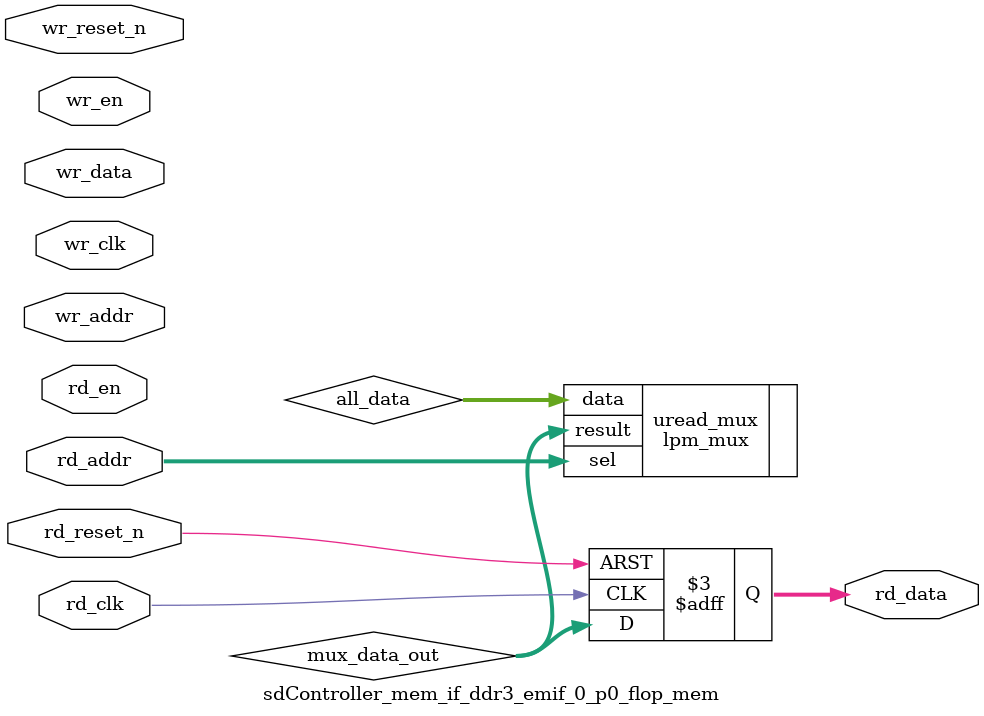
<source format=v>



`timescale 1 ps / 1 ps

(* altera_attribute = "-name ALLOW_SYNCH_CTRL_USAGE ON;-name AUTO_CLOCK_ENABLE_RECOGNITION ON" *)
module sdController_mem_if_ddr3_emif_0_p0_flop_mem(
	wr_reset_n,
	wr_clk,
	wr_en,
	wr_addr,
	wr_data,
	rd_reset_n,
	rd_clk,
	rd_en,
	rd_addr,
	rd_data
);

parameter WRITE_MEM_DEPTH	= "";
parameter WRITE_ADDR_WIDTH	= "";
parameter WRITE_DATA_WIDTH	= "";
parameter READ_MEM_DEPTH	= "";
parameter READ_ADDR_WIDTH	= "";		 
parameter READ_DATA_WIDTH	= "";


input	wr_reset_n;
input	wr_clk;
input	wr_en;
input	[WRITE_ADDR_WIDTH-1:0] wr_addr;
input	[WRITE_DATA_WIDTH-1:0] wr_data;
input	rd_reset_n;
input	rd_clk;
input	rd_en;
input	[READ_ADDR_WIDTH-1:0] rd_addr;
output	[READ_DATA_WIDTH-1:0] rd_data;



wire	[WRITE_DATA_WIDTH*WRITE_MEM_DEPTH-1:0] all_data;
wire	[READ_DATA_WIDTH-1:0] mux_data_out;



// declare a memory with WRITE_MEM_DEPTH entries
// each entry contains a data size of WRITE_DATA_WIDTH
reg	[WRITE_DATA_WIDTH-1:0] data_stored [0:WRITE_MEM_DEPTH-1] /* synthesis syn_preserve = 1 */;
reg	[READ_DATA_WIDTH-1:0] rd_data;

generate
genvar entry;
	for (entry=0; entry < WRITE_MEM_DEPTH; entry=entry+1)
	begin: mem_location
		assign all_data[(WRITE_DATA_WIDTH*(entry+1)-1) : (WRITE_DATA_WIDTH*entry)] = data_stored[entry]; 
		
		always @(posedge wr_clk or negedge wr_reset_n)
		begin
			if (~wr_reset_n) begin
				data_stored[entry] <= {WRITE_DATA_WIDTH{1'b0}};
			end else begin
				if (wr_en) begin
					if (entry == wr_addr) begin
						data_stored[entry] <= wr_data;
					end
				end
			end
		end		
	end
endgenerate

// mux to select the correct output data based on read address
lpm_mux	uread_mux(
	.sel (rd_addr),
	.data (all_data),
	.result (mux_data_out)
	// synopsys translate_off
	,
	.aclr (),
	.clken (),
	.clock ()
	// synopsys translate_on
	);
 defparam uread_mux.lpm_size = READ_MEM_DEPTH;
 defparam uread_mux.lpm_type = "LPM_MUX";
 defparam uread_mux.lpm_width = READ_DATA_WIDTH;
 defparam uread_mux.lpm_widths = READ_ADDR_WIDTH;

always @(posedge rd_clk or negedge rd_reset_n)	
begin
	if (~rd_reset_n) begin
		rd_data <= {READ_DATA_WIDTH{1'b0}};
	end else begin
		rd_data <= mux_data_out;
	end
end

endmodule

</source>
